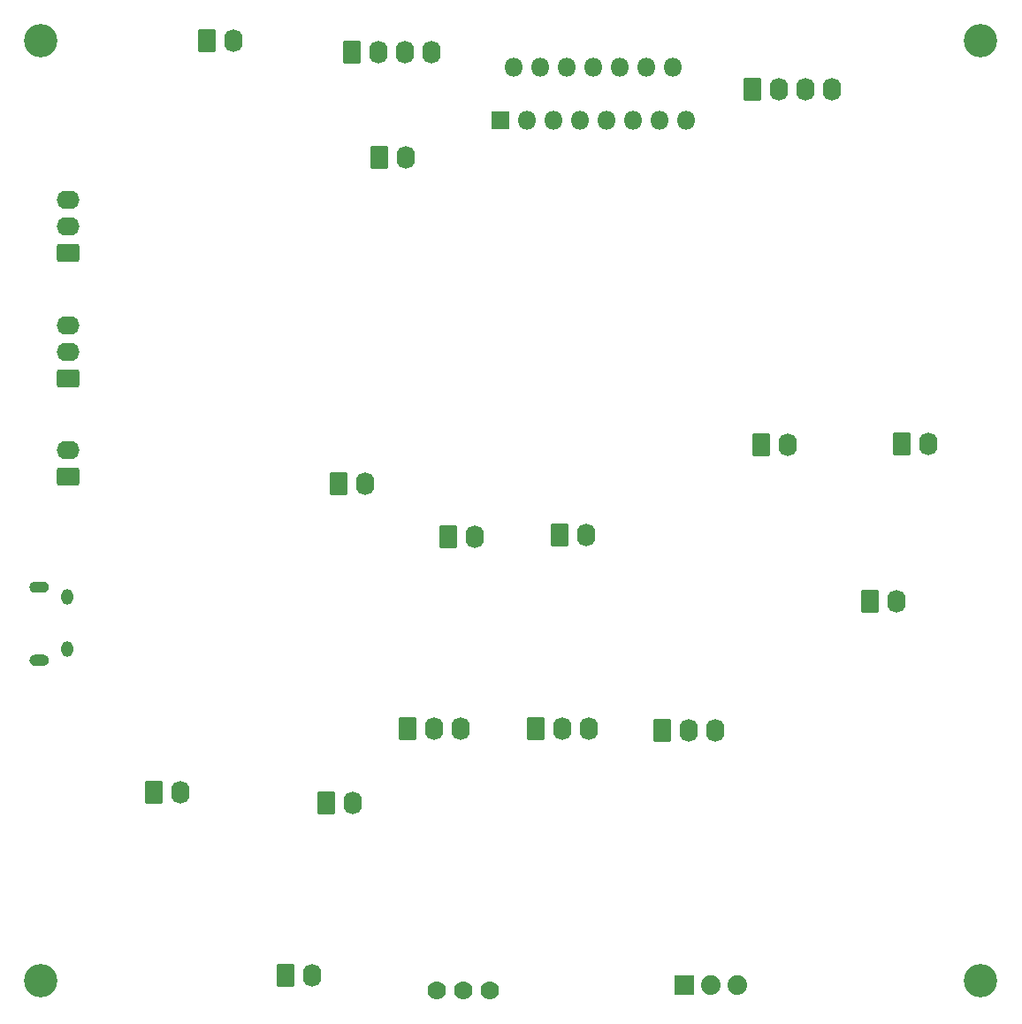
<source format=gbr>
%TF.GenerationSoftware,KiCad,Pcbnew,8.0.8*%
%TF.CreationDate,2025-03-12T17:19:21-05:00*%
%TF.ProjectId,Third Design (PCBWay 1),54686972-6420-4446-9573-69676e202850,rev?*%
%TF.SameCoordinates,Original*%
%TF.FileFunction,Soldermask,Bot*%
%TF.FilePolarity,Negative*%
%FSLAX46Y46*%
G04 Gerber Fmt 4.6, Leading zero omitted, Abs format (unit mm)*
G04 Created by KiCad (PCBNEW 8.0.8) date 2025-03-12 17:19:21*
%MOMM*%
%LPD*%
G01*
G04 APERTURE LIST*
G04 Aperture macros list*
%AMRoundRect*
0 Rectangle with rounded corners*
0 $1 Rounding radius*
0 $2 $3 $4 $5 $6 $7 $8 $9 X,Y pos of 4 corners*
0 Add a 4 corners polygon primitive as box body*
4,1,4,$2,$3,$4,$5,$6,$7,$8,$9,$2,$3,0*
0 Add four circle primitives for the rounded corners*
1,1,$1+$1,$2,$3*
1,1,$1+$1,$4,$5*
1,1,$1+$1,$6,$7*
1,1,$1+$1,$8,$9*
0 Add four rect primitives between the rounded corners*
20,1,$1+$1,$2,$3,$4,$5,0*
20,1,$1+$1,$4,$5,$6,$7,0*
20,1,$1+$1,$6,$7,$8,$9,0*
20,1,$1+$1,$8,$9,$2,$3,0*%
G04 Aperture macros list end*
%ADD10C,0.010000*%
%ADD11O,1.740000X2.190000*%
%ADD12RoundRect,0.250000X-0.620000X-0.845000X0.620000X-0.845000X0.620000X0.845000X-0.620000X0.845000X0*%
%ADD13C,3.200000*%
%ADD14RoundRect,0.250000X0.845000X-0.620000X0.845000X0.620000X-0.845000X0.620000X-0.845000X-0.620000X0*%
%ADD15O,2.190000X1.740000*%
%ADD16O,1.154000X1.504000*%
%ADD17C,1.778000*%
%ADD18R,1.879600X1.879600*%
%ADD19C,1.879600*%
%ADD20R,1.800000X1.800000*%
%ADD21O,1.800000X1.800000*%
G04 APERTURE END LIST*
D10*
%TO.C,J18*%
X105213000Y-106799000D02*
X105239000Y-106803000D01*
X105264000Y-106807000D01*
X105289000Y-106813000D01*
X105313000Y-106820000D01*
X105337000Y-106829000D01*
X105361000Y-106839000D01*
X105384000Y-106850000D01*
X105406000Y-106862000D01*
X105428000Y-106875000D01*
X105449000Y-106890000D01*
X105469000Y-106905000D01*
X105489000Y-106922000D01*
X105507000Y-106939000D01*
X105525000Y-106958000D01*
X105541000Y-106977000D01*
X105557000Y-106997000D01*
X105571000Y-107018000D01*
X105585000Y-107040000D01*
X105597000Y-107063000D01*
X105608000Y-107086000D01*
X105618000Y-107109000D01*
X105626000Y-107133000D01*
X105633000Y-107158000D01*
X105639000Y-107183000D01*
X105644000Y-107208000D01*
X105647000Y-107233000D01*
X105649000Y-107258000D01*
X105650000Y-107284000D01*
X105649000Y-107310000D01*
X105647000Y-107335000D01*
X105644000Y-107360000D01*
X105639000Y-107385000D01*
X105633000Y-107410000D01*
X105626000Y-107435000D01*
X105618000Y-107459000D01*
X105608000Y-107482000D01*
X105597000Y-107505000D01*
X105585000Y-107528000D01*
X105571000Y-107550000D01*
X105557000Y-107571000D01*
X105541000Y-107591000D01*
X105525000Y-107610000D01*
X105507000Y-107629000D01*
X105489000Y-107646000D01*
X105469000Y-107663000D01*
X105449000Y-107678000D01*
X105428000Y-107693000D01*
X105406000Y-107706000D01*
X105384000Y-107718000D01*
X105361000Y-107729000D01*
X105337000Y-107739000D01*
X105313000Y-107748000D01*
X105289000Y-107755000D01*
X105264000Y-107761000D01*
X105239000Y-107765000D01*
X105213000Y-107769000D01*
X105188000Y-107771000D01*
X105163000Y-107771000D01*
X105162500Y-107771500D01*
X104387000Y-107771000D01*
X104362000Y-107771000D01*
X104337000Y-107769000D01*
X104311000Y-107765000D01*
X104286000Y-107761000D01*
X104261000Y-107755000D01*
X104237000Y-107748000D01*
X104213000Y-107739000D01*
X104189000Y-107729000D01*
X104166000Y-107718000D01*
X104144000Y-107706000D01*
X104122000Y-107693000D01*
X104101000Y-107678000D01*
X104081000Y-107663000D01*
X104061000Y-107646000D01*
X104043000Y-107629000D01*
X104025000Y-107610000D01*
X104009000Y-107591000D01*
X103993000Y-107571000D01*
X103979000Y-107550000D01*
X103965000Y-107528000D01*
X103953000Y-107505000D01*
X103942000Y-107482000D01*
X103932000Y-107459000D01*
X103924000Y-107435000D01*
X103917000Y-107410000D01*
X103911000Y-107385000D01*
X103906000Y-107360000D01*
X103903000Y-107335000D01*
X103901000Y-107310000D01*
X103900000Y-107284000D01*
X103901000Y-107258000D01*
X103903000Y-107233000D01*
X103906000Y-107208000D01*
X103911000Y-107183000D01*
X103917000Y-107158000D01*
X103924000Y-107133000D01*
X103932000Y-107109000D01*
X103942000Y-107086000D01*
X103953000Y-107063000D01*
X103965000Y-107040000D01*
X103979000Y-107018000D01*
X103993000Y-106997000D01*
X104009000Y-106977000D01*
X104025000Y-106958000D01*
X104043000Y-106939000D01*
X104061000Y-106922000D01*
X104081000Y-106905000D01*
X104101000Y-106890000D01*
X104122000Y-106875000D01*
X104144000Y-106862000D01*
X104166000Y-106850000D01*
X104189000Y-106839000D01*
X104213000Y-106829000D01*
X104237000Y-106820000D01*
X104261000Y-106813000D01*
X104286000Y-106807000D01*
X104311000Y-106803000D01*
X104337000Y-106799000D01*
X104362000Y-106797000D01*
X104387000Y-106797000D01*
X105163000Y-106797000D01*
X105188000Y-106797000D01*
X105213000Y-106799000D01*
G36*
X105213000Y-106799000D02*
G01*
X105239000Y-106803000D01*
X105264000Y-106807000D01*
X105289000Y-106813000D01*
X105313000Y-106820000D01*
X105337000Y-106829000D01*
X105361000Y-106839000D01*
X105384000Y-106850000D01*
X105406000Y-106862000D01*
X105428000Y-106875000D01*
X105449000Y-106890000D01*
X105469000Y-106905000D01*
X105489000Y-106922000D01*
X105507000Y-106939000D01*
X105525000Y-106958000D01*
X105541000Y-106977000D01*
X105557000Y-106997000D01*
X105571000Y-107018000D01*
X105585000Y-107040000D01*
X105597000Y-107063000D01*
X105608000Y-107086000D01*
X105618000Y-107109000D01*
X105626000Y-107133000D01*
X105633000Y-107158000D01*
X105639000Y-107183000D01*
X105644000Y-107208000D01*
X105647000Y-107233000D01*
X105649000Y-107258000D01*
X105650000Y-107284000D01*
X105649000Y-107310000D01*
X105647000Y-107335000D01*
X105644000Y-107360000D01*
X105639000Y-107385000D01*
X105633000Y-107410000D01*
X105626000Y-107435000D01*
X105618000Y-107459000D01*
X105608000Y-107482000D01*
X105597000Y-107505000D01*
X105585000Y-107528000D01*
X105571000Y-107550000D01*
X105557000Y-107571000D01*
X105541000Y-107591000D01*
X105525000Y-107610000D01*
X105507000Y-107629000D01*
X105489000Y-107646000D01*
X105469000Y-107663000D01*
X105449000Y-107678000D01*
X105428000Y-107693000D01*
X105406000Y-107706000D01*
X105384000Y-107718000D01*
X105361000Y-107729000D01*
X105337000Y-107739000D01*
X105313000Y-107748000D01*
X105289000Y-107755000D01*
X105264000Y-107761000D01*
X105239000Y-107765000D01*
X105213000Y-107769000D01*
X105188000Y-107771000D01*
X105163000Y-107771000D01*
X105162500Y-107771500D01*
X104387000Y-107771000D01*
X104362000Y-107771000D01*
X104337000Y-107769000D01*
X104311000Y-107765000D01*
X104286000Y-107761000D01*
X104261000Y-107755000D01*
X104237000Y-107748000D01*
X104213000Y-107739000D01*
X104189000Y-107729000D01*
X104166000Y-107718000D01*
X104144000Y-107706000D01*
X104122000Y-107693000D01*
X104101000Y-107678000D01*
X104081000Y-107663000D01*
X104061000Y-107646000D01*
X104043000Y-107629000D01*
X104025000Y-107610000D01*
X104009000Y-107591000D01*
X103993000Y-107571000D01*
X103979000Y-107550000D01*
X103965000Y-107528000D01*
X103953000Y-107505000D01*
X103942000Y-107482000D01*
X103932000Y-107459000D01*
X103924000Y-107435000D01*
X103917000Y-107410000D01*
X103911000Y-107385000D01*
X103906000Y-107360000D01*
X103903000Y-107335000D01*
X103901000Y-107310000D01*
X103900000Y-107284000D01*
X103901000Y-107258000D01*
X103903000Y-107233000D01*
X103906000Y-107208000D01*
X103911000Y-107183000D01*
X103917000Y-107158000D01*
X103924000Y-107133000D01*
X103932000Y-107109000D01*
X103942000Y-107086000D01*
X103953000Y-107063000D01*
X103965000Y-107040000D01*
X103979000Y-107018000D01*
X103993000Y-106997000D01*
X104009000Y-106977000D01*
X104025000Y-106958000D01*
X104043000Y-106939000D01*
X104061000Y-106922000D01*
X104081000Y-106905000D01*
X104101000Y-106890000D01*
X104122000Y-106875000D01*
X104144000Y-106862000D01*
X104166000Y-106850000D01*
X104189000Y-106839000D01*
X104213000Y-106829000D01*
X104237000Y-106820000D01*
X104261000Y-106813000D01*
X104286000Y-106807000D01*
X104311000Y-106803000D01*
X104337000Y-106799000D01*
X104362000Y-106797000D01*
X104387000Y-106797000D01*
X105163000Y-106797000D01*
X105188000Y-106797000D01*
X105213000Y-106799000D01*
G37*
X105213000Y-113799000D02*
X105239000Y-113803000D01*
X105264000Y-113807000D01*
X105289000Y-113813000D01*
X105313000Y-113820000D01*
X105337000Y-113829000D01*
X105361000Y-113839000D01*
X105384000Y-113850000D01*
X105406000Y-113862000D01*
X105428000Y-113875000D01*
X105449000Y-113890000D01*
X105469000Y-113905000D01*
X105489000Y-113922000D01*
X105507000Y-113939000D01*
X105525000Y-113958000D01*
X105541000Y-113977000D01*
X105557000Y-113997000D01*
X105571000Y-114018000D01*
X105585000Y-114040000D01*
X105597000Y-114063000D01*
X105608000Y-114086000D01*
X105618000Y-114109000D01*
X105626000Y-114133000D01*
X105633000Y-114158000D01*
X105639000Y-114183000D01*
X105644000Y-114208000D01*
X105647000Y-114233000D01*
X105649000Y-114258000D01*
X105650000Y-114284000D01*
X105649000Y-114310000D01*
X105647000Y-114335000D01*
X105644000Y-114360000D01*
X105639000Y-114385000D01*
X105633000Y-114410000D01*
X105626000Y-114435000D01*
X105618000Y-114459000D01*
X105608000Y-114482000D01*
X105597000Y-114505000D01*
X105585000Y-114528000D01*
X105571000Y-114550000D01*
X105557000Y-114571000D01*
X105541000Y-114591000D01*
X105525000Y-114610000D01*
X105507000Y-114629000D01*
X105489000Y-114646000D01*
X105469000Y-114663000D01*
X105449000Y-114678000D01*
X105428000Y-114693000D01*
X105406000Y-114706000D01*
X105384000Y-114718000D01*
X105361000Y-114729000D01*
X105337000Y-114739000D01*
X105313000Y-114748000D01*
X105289000Y-114755000D01*
X105264000Y-114761000D01*
X105239000Y-114765000D01*
X105213000Y-114769000D01*
X105188000Y-114771000D01*
X105163000Y-114771000D01*
X105162500Y-114771500D01*
X104387000Y-114771000D01*
X104362000Y-114771000D01*
X104337000Y-114769000D01*
X104311000Y-114765000D01*
X104286000Y-114761000D01*
X104261000Y-114755000D01*
X104237000Y-114748000D01*
X104213000Y-114739000D01*
X104189000Y-114729000D01*
X104166000Y-114718000D01*
X104144000Y-114706000D01*
X104122000Y-114693000D01*
X104101000Y-114678000D01*
X104081000Y-114663000D01*
X104061000Y-114646000D01*
X104043000Y-114629000D01*
X104025000Y-114610000D01*
X104009000Y-114591000D01*
X103993000Y-114571000D01*
X103979000Y-114550000D01*
X103965000Y-114528000D01*
X103953000Y-114505000D01*
X103942000Y-114482000D01*
X103932000Y-114459000D01*
X103924000Y-114435000D01*
X103917000Y-114410000D01*
X103911000Y-114385000D01*
X103906000Y-114360000D01*
X103903000Y-114335000D01*
X103901000Y-114310000D01*
X103900000Y-114284000D01*
X103901000Y-114258000D01*
X103903000Y-114233000D01*
X103906000Y-114208000D01*
X103911000Y-114183000D01*
X103917000Y-114158000D01*
X103924000Y-114133000D01*
X103932000Y-114109000D01*
X103942000Y-114086000D01*
X103953000Y-114063000D01*
X103965000Y-114040000D01*
X103979000Y-114018000D01*
X103993000Y-113997000D01*
X104009000Y-113977000D01*
X104025000Y-113958000D01*
X104043000Y-113939000D01*
X104061000Y-113922000D01*
X104081000Y-113905000D01*
X104101000Y-113890000D01*
X104122000Y-113875000D01*
X104144000Y-113862000D01*
X104166000Y-113850000D01*
X104189000Y-113839000D01*
X104213000Y-113829000D01*
X104237000Y-113820000D01*
X104261000Y-113813000D01*
X104286000Y-113807000D01*
X104311000Y-113803000D01*
X104337000Y-113799000D01*
X104362000Y-113797000D01*
X104387000Y-113797000D01*
X105163000Y-113797000D01*
X105188000Y-113797000D01*
X105213000Y-113799000D01*
G36*
X105213000Y-113799000D02*
G01*
X105239000Y-113803000D01*
X105264000Y-113807000D01*
X105289000Y-113813000D01*
X105313000Y-113820000D01*
X105337000Y-113829000D01*
X105361000Y-113839000D01*
X105384000Y-113850000D01*
X105406000Y-113862000D01*
X105428000Y-113875000D01*
X105449000Y-113890000D01*
X105469000Y-113905000D01*
X105489000Y-113922000D01*
X105507000Y-113939000D01*
X105525000Y-113958000D01*
X105541000Y-113977000D01*
X105557000Y-113997000D01*
X105571000Y-114018000D01*
X105585000Y-114040000D01*
X105597000Y-114063000D01*
X105608000Y-114086000D01*
X105618000Y-114109000D01*
X105626000Y-114133000D01*
X105633000Y-114158000D01*
X105639000Y-114183000D01*
X105644000Y-114208000D01*
X105647000Y-114233000D01*
X105649000Y-114258000D01*
X105650000Y-114284000D01*
X105649000Y-114310000D01*
X105647000Y-114335000D01*
X105644000Y-114360000D01*
X105639000Y-114385000D01*
X105633000Y-114410000D01*
X105626000Y-114435000D01*
X105618000Y-114459000D01*
X105608000Y-114482000D01*
X105597000Y-114505000D01*
X105585000Y-114528000D01*
X105571000Y-114550000D01*
X105557000Y-114571000D01*
X105541000Y-114591000D01*
X105525000Y-114610000D01*
X105507000Y-114629000D01*
X105489000Y-114646000D01*
X105469000Y-114663000D01*
X105449000Y-114678000D01*
X105428000Y-114693000D01*
X105406000Y-114706000D01*
X105384000Y-114718000D01*
X105361000Y-114729000D01*
X105337000Y-114739000D01*
X105313000Y-114748000D01*
X105289000Y-114755000D01*
X105264000Y-114761000D01*
X105239000Y-114765000D01*
X105213000Y-114769000D01*
X105188000Y-114771000D01*
X105163000Y-114771000D01*
X105162500Y-114771500D01*
X104387000Y-114771000D01*
X104362000Y-114771000D01*
X104337000Y-114769000D01*
X104311000Y-114765000D01*
X104286000Y-114761000D01*
X104261000Y-114755000D01*
X104237000Y-114748000D01*
X104213000Y-114739000D01*
X104189000Y-114729000D01*
X104166000Y-114718000D01*
X104144000Y-114706000D01*
X104122000Y-114693000D01*
X104101000Y-114678000D01*
X104081000Y-114663000D01*
X104061000Y-114646000D01*
X104043000Y-114629000D01*
X104025000Y-114610000D01*
X104009000Y-114591000D01*
X103993000Y-114571000D01*
X103979000Y-114550000D01*
X103965000Y-114528000D01*
X103953000Y-114505000D01*
X103942000Y-114482000D01*
X103932000Y-114459000D01*
X103924000Y-114435000D01*
X103917000Y-114410000D01*
X103911000Y-114385000D01*
X103906000Y-114360000D01*
X103903000Y-114335000D01*
X103901000Y-114310000D01*
X103900000Y-114284000D01*
X103901000Y-114258000D01*
X103903000Y-114233000D01*
X103906000Y-114208000D01*
X103911000Y-114183000D01*
X103917000Y-114158000D01*
X103924000Y-114133000D01*
X103932000Y-114109000D01*
X103942000Y-114086000D01*
X103953000Y-114063000D01*
X103965000Y-114040000D01*
X103979000Y-114018000D01*
X103993000Y-113997000D01*
X104009000Y-113977000D01*
X104025000Y-113958000D01*
X104043000Y-113939000D01*
X104061000Y-113922000D01*
X104081000Y-113905000D01*
X104101000Y-113890000D01*
X104122000Y-113875000D01*
X104144000Y-113862000D01*
X104166000Y-113850000D01*
X104189000Y-113839000D01*
X104213000Y-113829000D01*
X104237000Y-113820000D01*
X104261000Y-113813000D01*
X104286000Y-113807000D01*
X104311000Y-113803000D01*
X104337000Y-113799000D01*
X104362000Y-113797000D01*
X104387000Y-113797000D01*
X105163000Y-113797000D01*
X105188000Y-113797000D01*
X105213000Y-113799000D01*
G37*
%TD*%
D11*
%TO.C,J20*%
X186944000Y-108712000D03*
D12*
X184404000Y-108712000D03*
%TD*%
%TO.C,J12*%
X132334000Y-128016000D03*
D11*
X134874000Y-128016000D03*
%TD*%
D12*
%TO.C,J4*%
X115788000Y-127000000D03*
D11*
X118328000Y-127000000D03*
%TD*%
D12*
%TO.C,J3*%
X154686000Y-102362000D03*
D11*
X157226000Y-102362000D03*
%TD*%
D13*
%TO.C,H1*%
X105000000Y-55000000D03*
%TD*%
D12*
%TO.C,J7*%
X133477000Y-97409000D03*
D11*
X136017000Y-97409000D03*
%TD*%
D14*
%TO.C,J2*%
X107569000Y-87376000D03*
D15*
X107569000Y-84836000D03*
X107569000Y-82296000D03*
%TD*%
D16*
%TO.C,J18*%
X107475000Y-108284000D03*
X107475000Y-113284000D03*
%TD*%
D12*
%TO.C,J9*%
X144018000Y-102489000D03*
D11*
X146558000Y-102489000D03*
%TD*%
D13*
%TO.C,H4*%
X195000000Y-55000000D03*
%TD*%
%TO.C,H2*%
X195000000Y-145000000D03*
%TD*%
D14*
%TO.C,J19*%
X107569000Y-96774000D03*
D15*
X107569000Y-94234000D03*
%TD*%
D12*
%TO.C,J10*%
X120904000Y-54991000D03*
D11*
X123444000Y-54991000D03*
%TD*%
D12*
%TO.C,J6*%
X187452000Y-93599000D03*
D11*
X189992000Y-93599000D03*
%TD*%
D12*
%TO.C,J5*%
X134747000Y-56134000D03*
D11*
X137287000Y-56134000D03*
X139827000Y-56134000D03*
X142367000Y-56134000D03*
%TD*%
D17*
%TO.C,U3*%
X142875000Y-145923000D03*
X145415000Y-145923000D03*
X147955000Y-145923000D03*
%TD*%
D18*
%TO.C,U1*%
X166624000Y-145415000D03*
D19*
X169164000Y-145415000D03*
X171704000Y-145415000D03*
%TD*%
D14*
%TO.C,J17*%
X107569000Y-75311000D03*
D15*
X107569000Y-72771000D03*
X107569000Y-70231000D03*
%TD*%
D12*
%TO.C,J11*%
X173101000Y-59690000D03*
D11*
X175641000Y-59690000D03*
X178181000Y-59690000D03*
X180721000Y-59690000D03*
%TD*%
D12*
%TO.C,J16*%
X137414000Y-66167000D03*
D11*
X139954000Y-66167000D03*
%TD*%
D12*
%TO.C,J15*%
X164465000Y-121031000D03*
D11*
X167005000Y-121031000D03*
X169545000Y-121031000D03*
%TD*%
D12*
%TO.C,J1*%
X128397000Y-144526000D03*
D11*
X130937000Y-144526000D03*
%TD*%
D12*
%TO.C,J14*%
X152400000Y-120904000D03*
D11*
X154940000Y-120904000D03*
X157480000Y-120904000D03*
%TD*%
D12*
%TO.C,J13*%
X140081000Y-120904000D03*
D11*
X142621000Y-120904000D03*
X145161000Y-120904000D03*
%TD*%
D13*
%TO.C,H3*%
X105000000Y-145000000D03*
%TD*%
D20*
%TO.C,U5*%
X148971000Y-62611000D03*
D21*
X150241000Y-57531000D03*
X151511000Y-62611000D03*
X152781000Y-57531000D03*
X154051000Y-62611000D03*
X155321000Y-57531000D03*
X156591000Y-62611000D03*
X157861000Y-57531000D03*
X159131000Y-62611000D03*
X160401000Y-57531000D03*
X161671000Y-62611000D03*
X162941000Y-57531000D03*
X164211000Y-62611000D03*
X165481000Y-57531000D03*
X166751000Y-62611000D03*
%TD*%
D12*
%TO.C,J8*%
X173990000Y-93726000D03*
D11*
X176530000Y-93726000D03*
%TD*%
M02*

</source>
